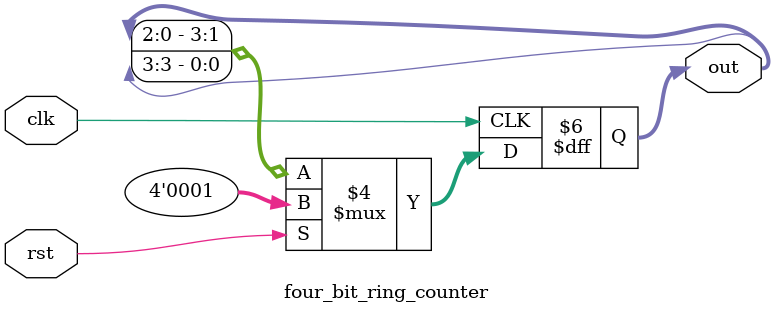
<source format=v>
`timescale 1ns / 1ps

module four_bit_ring_counter(
    input clk, rst,
    output reg [3:0] out);

initial out = 4'b0001;

always@(posedge clk)
begin
    if (rst) out =4'b0001;
    else out = {out[2:0],out[3]};

end 
endmodule

</source>
